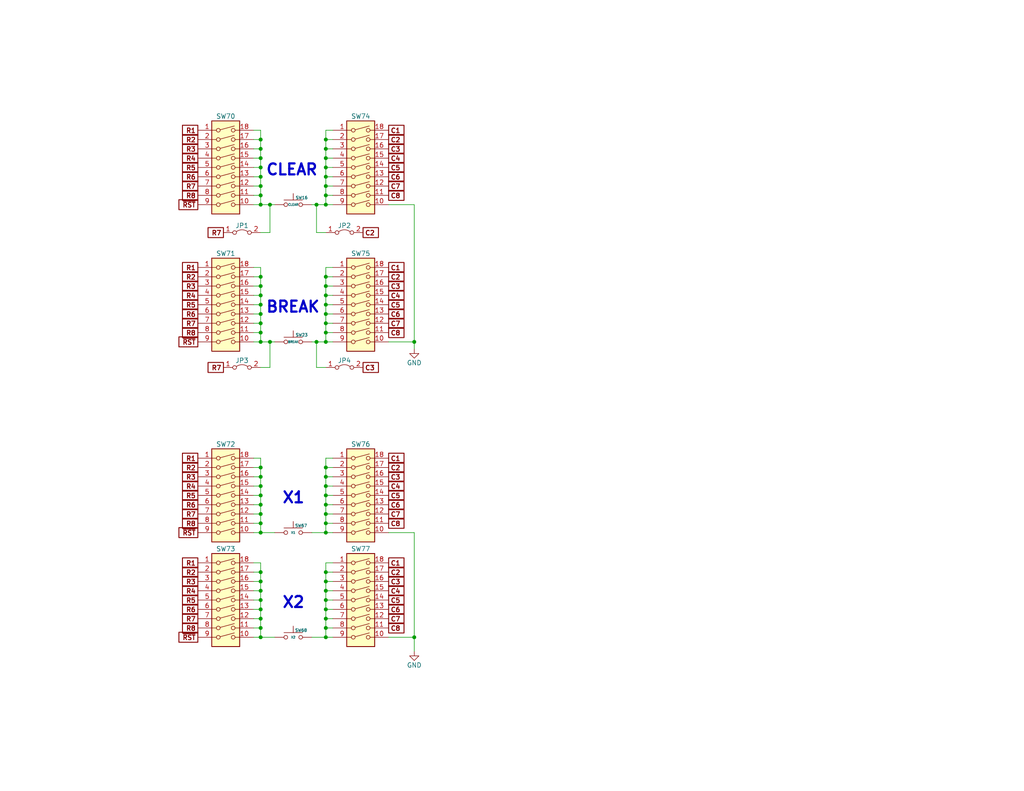
<source format=kicad_sch>
(kicad_sch (version 20230121) (generator eeschema)
  (paper "USLetter")
  (title_block (title "TRS-80 Model I - MX Keyboard Full") (date "2024-05-04") (rev "E2E") (company "RetroStack - Marcel Erz") (comment 2 "Including the default jumpers") (comment 4 "Extra Switches"))
  (lib_symbols
    (symbol "Jumper:Jumper_2_Bridged" (pin_names (offset 0) hide)
      (property "Reference" "JP" (at 0 1.905 0))
      (property "Value" "Jumper_2_Bridged" (at 0 -2.54 0))
      (symbol "Jumper_2_Bridged_0_0"
        (circle (center -2.032 0) (radius 0.508))
        (circle (center 2.032 0) (radius 0.508))
      )
      (symbol "Jumper_2_Bridged_0_1"
        (arc (start 1.524 0.254) (mid 0 0.762) (end -1.524 0.254))
      )
      (symbol "Jumper_2_Bridged_1_1"
        (pin passive line (at -5.08 0 0) (length 2.54) (name "A") (number "1"))
        (pin passive line (at 5.08 0 180) (length 2.54) (name "B") (number "2"))
      )
    )
    (symbol "Switch:SW_DIP_x09" (pin_names (offset 0) hide)
      (property "Reference" "SW" (at 0 13.97 0))
      (property "Value" "SW_DIP_x09" (at 0 -13.97 0))
      (symbol "SW_DIP_x09_0_0"
        (circle (center -2.032 -10.16) (radius 0.508))
        (circle (center -2.032 -7.62) (radius 0.508))
        (circle (center -2.032 -5.08) (radius 0.508))
        (circle (center -2.032 -2.54) (radius 0.508))
        (circle (center -2.032 0) (radius 0.508))
        (circle (center -2.032 2.54) (radius 0.508))
        (circle (center -2.032 5.08) (radius 0.508))
        (circle (center -2.032 7.62) (radius 0.508))
        (circle (center -2.032 10.16) (radius 0.508))
        (polyline (pts (xy -1.524 -10.0076) (xy 2.3622 -8.9662)))
        (polyline (pts (xy -1.524 -7.4676) (xy 2.3622 -6.4262)))
        (polyline (pts (xy -1.524 -4.9276) (xy 2.3622 -3.8862)))
        (polyline (pts (xy -1.524 -2.3876) (xy 2.3622 -1.3462)))
        (polyline (pts (xy -1.524 0.127) (xy 2.3622 1.1684)))
        (polyline (pts (xy -1.524 2.667) (xy 2.3622 3.7084)))
        (polyline (pts (xy -1.524 5.207) (xy 2.3622 6.2484)))
        (polyline (pts (xy -1.524 7.747) (xy 2.3622 8.7884)))
        (polyline (pts (xy -1.524 10.287) (xy 2.3622 11.3284)))
        (circle (center 2.032 -10.16) (radius 0.508))
        (circle (center 2.032 -7.62) (radius 0.508))
        (circle (center 2.032 -5.08) (radius 0.508))
        (circle (center 2.032 -2.54) (radius 0.508))
        (circle (center 2.032 0) (radius 0.508))
        (circle (center 2.032 2.54) (radius 0.508))
        (circle (center 2.032 5.08) (radius 0.508))
        (circle (center 2.032 7.62) (radius 0.508))
        (circle (center 2.032 10.16) (radius 0.508))
      )
      (symbol "SW_DIP_x09_0_1"
        (rectangle (start -3.81 12.7) (end 3.81 -12.7) (stroke (width 0.254)) (fill (type background)))
      )
      (symbol "SW_DIP_x09_1_1"
        (pin passive line (at -7.62 10.16 0) (length 5.08) (name "~") (number "1"))
        (pin passive line (at 7.62 -10.16 180) (length 5.08) (name "~") (number "10"))
        (pin passive line (at 7.62 -7.62 180) (length 5.08) (name "~") (number "11"))
        (pin passive line (at 7.62 -5.08 180) (length 5.08) (name "~") (number "12"))
        (pin passive line (at 7.62 -2.54 180) (length 5.08) (name "~") (number "13"))
        (pin passive line (at 7.62 0 180) (length 5.08) (name "~") (number "14"))
        (pin passive line (at 7.62 2.54 180) (length 5.08) (name "~") (number "15"))
        (pin passive line (at 7.62 5.08 180) (length 5.08) (name "~") (number "16"))
        (pin passive line (at 7.62 7.62 180) (length 5.08) (name "~") (number "17"))
        (pin passive line (at 7.62 10.16 180) (length 5.08) (name "~") (number "18"))
        (pin passive line (at -7.62 7.62 0) (length 5.08) (name "~") (number "2"))
        (pin passive line (at -7.62 5.08 0) (length 5.08) (name "~") (number "3"))
        (pin passive line (at -7.62 2.54 0) (length 5.08) (name "~") (number "4"))
        (pin passive line (at -7.62 0 0) (length 5.08) (name "~") (number "5"))
        (pin passive line (at -7.62 -2.54 0) (length 5.08) (name "~") (number "6"))
        (pin passive line (at -7.62 -5.08 0) (length 5.08) (name "~") (number "7"))
        (pin passive line (at -7.62 -7.62 0) (length 5.08) (name "~") (number "8"))
        (pin passive line (at -7.62 -10.16 0) (length 5.08) (name "~") (number "9"))
      )
    )
    (symbol "Switch:SW_Push" (pin_numbers hide) (pin_names (offset 1.016) hide)
      (property "Reference" "SW" (at 1.27 2.54 0))
      (property "Value" "SW_Push" (at 0 -1.524 0))
      (symbol "SW_Push_0_1"
        (circle (center -2.032 0) (radius 0.508))
        (polyline (pts (xy 0 1.27) (xy 0 3.048)))
        (polyline (pts (xy 2.54 1.27) (xy -2.54 1.27)))
        (circle (center 2.032 0) (radius 0.508))
        (pin passive line (at -5.08 0 0) (length 2.54) (name "1") (number "1"))
        (pin passive line (at 5.08 0 180) (length 2.54) (name "2") (number "2"))
      )
    )
    (symbol "power:GND" (power) (pin_names (offset 0))
      (property "Value" "GND" (at 0 -3.81 0))
      (symbol "GND_0_1"
        (polyline (pts (xy 0 0) (xy 0 -1.27) (xy 1.27 -1.27) (xy 0 -2.54) (xy -1.27 -1.27) (xy 0 -1.27)))
      )
      (symbol "GND_1_1"
        (pin power_in line (at 0 0 270) (length 0) hide (name "GND") (number "1"))
      )
    )
  )
  (junction (at 88.9 83.185))
  (junction (at 88.9 156.21))
  (junction (at 88.9 142.875))
  (junction (at 88.9 161.29))
  (junction (at 88.9 93.345))
  (junction (at 88.9 166.37))
  (junction (at 73.66 93.345))
  (junction (at 71.12 38.1))
  (junction (at 88.9 90.805))
  (junction (at 88.9 137.795))
  (junction (at 88.9 55.88))
  (junction (at 88.9 53.34))
  (junction (at 88.9 38.1))
  (junction (at 71.12 171.45))
  (junction (at 71.12 55.88))
  (junction (at 88.9 78.105))
  (junction (at 88.9 43.18))
  (junction (at 88.9 85.725))
  (junction (at 71.12 158.75))
  (junction (at 71.12 173.99))
  (junction (at 71.12 161.29))
  (junction (at 71.12 40.64))
  (junction (at 73.66 55.88))
  (junction (at 71.12 168.91))
  (junction (at 88.9 40.64))
  (junction (at 113.03 93.345))
  (junction (at 71.12 142.875))
  (junction (at 71.12 85.725))
  (junction (at 71.12 53.34))
  (junction (at 88.9 127.635))
  (junction (at 71.12 88.265))
  (junction (at 88.9 163.83))
  (junction (at 88.9 140.335))
  (junction (at 88.9 135.255))
  (junction (at 86.36 55.88))
  (junction (at 88.9 80.645))
  (junction (at 88.9 158.75))
  (junction (at 71.12 90.805))
  (junction (at 71.12 137.795))
  (junction (at 71.12 156.21))
  (junction (at 71.12 145.415))
  (junction (at 71.12 48.26))
  (junction (at 71.12 130.175))
  (junction (at 71.12 166.37))
  (junction (at 71.12 127.635))
  (junction (at 71.12 75.565))
  (junction (at 71.12 163.83))
  (junction (at 88.9 75.565))
  (junction (at 71.12 50.8))
  (junction (at 88.9 88.265))
  (junction (at 113.03 173.99))
  (junction (at 88.9 145.415))
  (junction (at 88.9 173.99))
  (junction (at 88.9 171.45))
  (junction (at 88.9 50.8))
  (junction (at 71.12 140.335))
  (junction (at 88.9 130.175))
  (junction (at 71.12 45.72))
  (junction (at 71.12 78.105))
  (junction (at 71.12 43.18))
  (junction (at 71.12 83.185))
  (junction (at 88.9 132.715))
  (junction (at 71.12 132.715))
  (junction (at 88.9 168.91))
  (junction (at 88.9 48.26))
  (junction (at 88.9 45.72))
  (junction (at 86.36 93.345))
  (junction (at 71.12 93.345))
  (junction (at 71.12 135.255))
  (junction (at 71.12 80.645))
  (wire (pts (xy 90.805 53.34) (xy 88.9 53.34)))
  (wire (pts (xy 71.12 45.72) (xy 71.12 48.26)))
  (wire (pts (xy 69.215 88.265) (xy 71.12 88.265)))
  (wire (pts (xy 69.215 40.64) (xy 71.12 40.64)))
  (wire (pts (xy 69.215 127.635) (xy 71.12 127.635)))
  (wire (pts (xy 88.9 137.795) (xy 88.9 140.335)))
  (wire (pts (xy 71.12 75.565) (xy 71.12 78.105)))
  (wire (pts (xy 88.9 73.025) (xy 88.9 75.565)))
  (wire (pts (xy 73.66 63.5) (xy 73.66 55.88)))
  (wire (pts (xy 90.805 173.99) (xy 88.9 173.99)))
  (wire (pts (xy 88.9 88.265) (xy 88.9 90.805)))
  (wire (pts (xy 113.03 55.88) (xy 113.03 93.345)))
  (wire (pts (xy 88.9 140.335) (xy 88.9 142.875)))
  (wire (pts (xy 73.66 100.33) (xy 73.66 93.345)))
  (wire (pts (xy 73.66 55.88) (xy 74.93 55.88)))
  (wire (pts (xy 71.12 127.635) (xy 71.12 130.175)))
  (wire (pts (xy 71.12 145.415) (xy 74.93 145.415)))
  (wire (pts (xy 71.12 142.875) (xy 71.12 145.415)))
  (wire (pts (xy 71.12 43.18) (xy 71.12 45.72)))
  (wire (pts (xy 69.215 48.26) (xy 71.12 48.26)))
  (wire (pts (xy 71.12 80.645) (xy 71.12 83.185)))
  (wire (pts (xy 90.805 85.725) (xy 88.9 85.725)))
  (wire (pts (xy 88.9 130.175) (xy 88.9 132.715)))
  (wire (pts (xy 71.12 73.025) (xy 71.12 75.565)))
  (wire (pts (xy 90.805 156.21) (xy 88.9 156.21)))
  (wire (pts (xy 71.12 63.5) (xy 73.66 63.5)))
  (wire (pts (xy 71.12 132.715) (xy 71.12 135.255)))
  (wire (pts (xy 71.12 168.91) (xy 71.12 171.45)))
  (wire (pts (xy 90.805 88.265) (xy 88.9 88.265)))
  (wire (pts (xy 90.805 75.565) (xy 88.9 75.565)))
  (wire (pts (xy 71.12 140.335) (xy 71.12 142.875)))
  (wire (pts (xy 71.12 78.105) (xy 71.12 80.645)))
  (wire (pts (xy 71.12 48.26) (xy 71.12 50.8)))
  (wire (pts (xy 106.045 145.415) (xy 113.03 145.415)))
  (wire (pts (xy 73.66 93.345) (xy 74.93 93.345)))
  (wire (pts (xy 90.805 158.75) (xy 88.9 158.75)))
  (wire (pts (xy 88.9 135.255) (xy 88.9 137.795)))
  (wire (pts (xy 88.9 63.5) (xy 86.36 63.5)))
  (wire (pts (xy 90.805 142.875) (xy 88.9 142.875)))
  (wire (pts (xy 71.12 137.795) (xy 71.12 140.335)))
  (wire (pts (xy 69.215 166.37) (xy 71.12 166.37)))
  (wire (pts (xy 90.805 145.415) (xy 88.9 145.415)))
  (wire (pts (xy 88.9 161.29) (xy 88.9 163.83)))
  (wire (pts (xy 106.045 173.99) (xy 113.03 173.99)))
  (wire (pts (xy 90.805 40.64) (xy 88.9 40.64)))
  (wire (pts (xy 90.805 161.29) (xy 88.9 161.29)))
  (wire (pts (xy 90.805 127.635) (xy 88.9 127.635)))
  (wire (pts (xy 69.215 163.83) (xy 71.12 163.83)))
  (wire (pts (xy 71.12 130.175) (xy 71.12 132.715)))
  (wire (pts (xy 69.215 55.88) (xy 71.12 55.88)))
  (wire (pts (xy 71.12 163.83) (xy 71.12 166.37)))
  (wire (pts (xy 69.215 53.34) (xy 71.12 53.34)))
  (wire (pts (xy 90.805 35.56) (xy 88.9 35.56)))
  (wire (pts (xy 69.215 140.335) (xy 71.12 140.335)))
  (wire (pts (xy 71.12 50.8) (xy 71.12 53.34)))
  (wire (pts (xy 71.12 171.45) (xy 71.12 173.99)))
  (wire (pts (xy 88.9 173.99) (xy 85.09 173.99)))
  (wire (pts (xy 90.805 168.91) (xy 88.9 168.91)))
  (wire (pts (xy 69.215 161.29) (xy 71.12 161.29)))
  (wire (pts (xy 88.9 158.75) (xy 88.9 161.29)))
  (wire (pts (xy 90.805 166.37) (xy 88.9 166.37)))
  (wire (pts (xy 71.12 161.29) (xy 71.12 163.83)))
  (wire (pts (xy 90.805 125.095) (xy 88.9 125.095)))
  (wire (pts (xy 90.805 137.795) (xy 88.9 137.795)))
  (wire (pts (xy 71.12 93.345) (xy 73.66 93.345)))
  (wire (pts (xy 69.215 158.75) (xy 71.12 158.75)))
  (wire (pts (xy 88.9 45.72) (xy 88.9 48.26)))
  (wire (pts (xy 88.9 171.45) (xy 88.9 173.99)))
  (wire (pts (xy 69.215 85.725) (xy 71.12 85.725)))
  (wire (pts (xy 69.215 168.91) (xy 71.12 168.91)))
  (wire (pts (xy 88.9 50.8) (xy 88.9 53.34)))
  (wire (pts (xy 88.9 168.91) (xy 88.9 171.45)))
  (wire (pts (xy 88.9 80.645) (xy 88.9 83.185)))
  (wire (pts (xy 90.805 90.805) (xy 88.9 90.805)))
  (wire (pts (xy 69.215 73.025) (xy 71.12 73.025)))
  (wire (pts (xy 88.9 40.64) (xy 88.9 43.18)))
  (wire (pts (xy 88.9 75.565) (xy 88.9 78.105)))
  (wire (pts (xy 69.215 80.645) (xy 71.12 80.645)))
  (wire (pts (xy 69.215 137.795) (xy 71.12 137.795)))
  (wire (pts (xy 69.215 125.095) (xy 71.12 125.095)))
  (wire (pts (xy 88.9 78.105) (xy 88.9 80.645)))
  (wire (pts (xy 90.805 45.72) (xy 88.9 45.72)))
  (wire (pts (xy 88.9 153.67) (xy 88.9 156.21)))
  (wire (pts (xy 86.36 63.5) (xy 86.36 55.88)))
  (wire (pts (xy 71.12 35.56) (xy 71.12 38.1)))
  (wire (pts (xy 71.12 83.185) (xy 71.12 85.725)))
  (wire (pts (xy 88.9 127.635) (xy 88.9 130.175)))
  (wire (pts (xy 90.805 163.83) (xy 88.9 163.83)))
  (wire (pts (xy 90.805 140.335) (xy 88.9 140.335)))
  (wire (pts (xy 71.12 173.99) (xy 74.93 173.99)))
  (wire (pts (xy 88.9 83.185) (xy 88.9 85.725)))
  (wire (pts (xy 88.9 48.26) (xy 88.9 50.8)))
  (wire (pts (xy 69.215 156.21) (xy 71.12 156.21)))
  (wire (pts (xy 88.9 163.83) (xy 88.9 166.37)))
  (wire (pts (xy 106.045 93.345) (xy 113.03 93.345)))
  (wire (pts (xy 90.805 130.175) (xy 88.9 130.175)))
  (wire (pts (xy 69.215 153.67) (xy 71.12 153.67)))
  (wire (pts (xy 88.9 145.415) (xy 85.09 145.415)))
  (wire (pts (xy 71.12 90.805) (xy 71.12 93.345)))
  (wire (pts (xy 90.805 48.26) (xy 88.9 48.26)))
  (wire (pts (xy 90.805 93.345) (xy 88.9 93.345)))
  (wire (pts (xy 69.215 142.875) (xy 71.12 142.875)))
  (wire (pts (xy 113.03 55.88) (xy 106.045 55.88)))
  (wire (pts (xy 88.9 53.34) (xy 88.9 55.88)))
  (wire (pts (xy 90.805 78.105) (xy 88.9 78.105)))
  (wire (pts (xy 90.805 132.715) (xy 88.9 132.715)))
  (wire (pts (xy 69.215 50.8) (xy 71.12 50.8)))
  (wire (pts (xy 69.215 90.805) (xy 71.12 90.805)))
  (wire (pts (xy 71.12 88.265) (xy 71.12 90.805)))
  (wire (pts (xy 88.9 85.725) (xy 88.9 88.265)))
  (wire (pts (xy 71.12 100.33) (xy 73.66 100.33)))
  (wire (pts (xy 113.03 173.99) (xy 113.03 145.415)))
  (wire (pts (xy 88.9 43.18) (xy 88.9 45.72)))
  (wire (pts (xy 90.805 83.185) (xy 88.9 83.185)))
  (wire (pts (xy 88.9 125.095) (xy 88.9 127.635)))
  (wire (pts (xy 69.215 135.255) (xy 71.12 135.255)))
  (wire (pts (xy 88.9 38.1) (xy 88.9 40.64)))
  (wire (pts (xy 71.12 135.255) (xy 71.12 137.795)))
  (wire (pts (xy 69.215 38.1) (xy 71.12 38.1)))
  (wire (pts (xy 71.12 55.88) (xy 73.66 55.88)))
  (wire (pts (xy 90.805 38.1) (xy 88.9 38.1)))
  (wire (pts (xy 71.12 158.75) (xy 71.12 161.29)))
  (wire (pts (xy 90.805 80.645) (xy 88.9 80.645)))
  (wire (pts (xy 71.12 40.64) (xy 71.12 43.18)))
  (wire (pts (xy 69.215 83.185) (xy 71.12 83.185)))
  (wire (pts (xy 90.805 73.025) (xy 88.9 73.025)))
  (wire (pts (xy 71.12 38.1) (xy 71.12 40.64)))
  (wire (pts (xy 90.805 43.18) (xy 88.9 43.18)))
  (wire (pts (xy 88.9 142.875) (xy 88.9 145.415)))
  (wire (pts (xy 71.12 53.34) (xy 71.12 55.88)))
  (wire (pts (xy 90.805 55.88) (xy 88.9 55.88)))
  (wire (pts (xy 86.36 100.33) (xy 86.36 93.345)))
  (wire (pts (xy 69.215 75.565) (xy 71.12 75.565)))
  (wire (pts (xy 90.805 171.45) (xy 88.9 171.45)))
  (wire (pts (xy 90.805 50.8) (xy 88.9 50.8)))
  (wire (pts (xy 90.805 135.255) (xy 88.9 135.255)))
  (wire (pts (xy 69.215 35.56) (xy 71.12 35.56)))
  (wire (pts (xy 69.215 93.345) (xy 71.12 93.345)))
  (wire (pts (xy 88.9 93.345) (xy 86.36 93.345)))
  (wire (pts (xy 88.9 55.88) (xy 86.36 55.88)))
  (wire (pts (xy 71.12 153.67) (xy 71.12 156.21)))
  (wire (pts (xy 90.805 153.67) (xy 88.9 153.67)))
  (wire (pts (xy 88.9 100.33) (xy 86.36 100.33)))
  (wire (pts (xy 88.9 156.21) (xy 88.9 158.75)))
  (wire (pts (xy 69.215 43.18) (xy 71.12 43.18)))
  (wire (pts (xy 71.12 85.725) (xy 71.12 88.265)))
  (wire (pts (xy 71.12 156.21) (xy 71.12 158.75)))
  (wire (pts (xy 86.36 93.345) (xy 85.09 93.345)))
  (wire (pts (xy 69.215 171.45) (xy 71.12 171.45)))
  (wire (pts (xy 69.215 173.99) (xy 71.12 173.99)))
  (wire (pts (xy 88.9 90.805) (xy 88.9 93.345)))
  (wire (pts (xy 88.9 166.37) (xy 88.9 168.91)))
  (wire (pts (xy 69.215 132.715) (xy 71.12 132.715)))
  (wire (pts (xy 69.215 130.175) (xy 71.12 130.175)))
  (wire (pts (xy 113.03 177.8) (xy 113.03 173.99)))
  (wire (pts (xy 71.12 166.37) (xy 71.12 168.91)))
  (wire (pts (xy 86.36 55.88) (xy 85.09 55.88)))
  (wire (pts (xy 69.215 145.415) (xy 71.12 145.415)))
  (wire (pts (xy 69.215 78.105) (xy 71.12 78.105)))
  (wire (pts (xy 88.9 35.56) (xy 88.9 38.1)))
  (wire (pts (xy 71.12 125.095) (xy 71.12 127.635)))
  (wire (pts (xy 113.03 93.345) (xy 113.03 95.25)))
  (wire (pts (xy 69.215 45.72) (xy 71.12 45.72)))
  (wire (pts (xy 88.9 132.715) (xy 88.9 135.255)))
  (text "X2" (at 76.835 166.37 0) (effects (font (size 3 3) (thickness 0.6) bold) (justify left bottom)))
  (text "BREAK" (at 72.39 85.725 0) (effects (font (size 3 3) (thickness 0.6) bold) (justify left bottom)))
  (text "X1" (at 76.835 137.795 0) (effects (font (size 3 3) (thickness 0.6) bold) (justify left bottom)))
  (text "CLEAR" (at 72.39 48.26 0) (effects (font (size 3 3) (thickness 0.6) bold) (justify left bottom)))
  (global_label "C4" (shape passive) (at 106.045 43.18 0) (effects (font bold)) (property "Intersheetrefs" "${INTERSHEET_REFS}" (effects hide)))
  (global_label "C3" (shape passive) (at 106.045 130.175 0) (effects (font bold)) (property "Intersheetrefs" "${INTERSHEET_REFS}" (effects hide)))
  (global_label "C5" (shape passive) (at 106.045 83.185 0) (effects (font bold)) (property "Intersheetrefs" "${INTERSHEET_REFS}" (effects hide)))
  (global_label "~{RST}" (shape passive) (at 53.975 173.99 180) (effects (font bold)) (property "Intersheetrefs" "${INTERSHEET_REFS}" (effects hide)))
  (global_label "C4" (shape passive) (at 106.045 80.645 0) (effects (font bold)) (property "Intersheetrefs" "${INTERSHEET_REFS}" (effects hide)))
  (global_label "C3" (shape passive) (at 106.045 40.64 0) (effects (font bold)) (property "Intersheetrefs" "${INTERSHEET_REFS}" (effects hide)))
  (global_label "R6" (shape passive) (at 53.975 85.725 180) (effects (font bold)) (property "Intersheetrefs" "${INTERSHEET_REFS}" (effects hide)))
  (global_label "R2" (shape passive) (at 53.975 156.21 180) (effects (font bold)) (property "Intersheetrefs" "${INTERSHEET_REFS}" (effects hide)))
  (global_label "C1" (shape passive) (at 106.045 125.095 0) (effects (font bold)) (property "Intersheetrefs" "${INTERSHEET_REFS}" (effects hide)))
  (global_label "R3" (shape passive) (at 53.975 78.105 180) (effects (font bold)) (property "Intersheetrefs" "${INTERSHEET_REFS}" (effects hide)))
  (global_label "C1" (shape passive) (at 106.045 153.67 0) (effects (font bold)) (property "Intersheetrefs" "${INTERSHEET_REFS}" (effects hide)))
  (global_label "C4" (shape passive) (at 106.045 161.29 0) (effects (font bold)) (property "Intersheetrefs" "${INTERSHEET_REFS}" (effects hide)))
  (global_label "C7" (shape passive) (at 106.045 88.265 0) (effects (font bold)) (property "Intersheetrefs" "${INTERSHEET_REFS}" (effects hide)))
  (global_label "R4" (shape passive) (at 53.975 80.645 180) (effects (font bold)) (property "Intersheetrefs" "${INTERSHEET_REFS}" (effects hide)))
  (global_label "C2" (shape passive) (at 106.045 75.565 0) (effects (font bold)) (property "Intersheetrefs" "${INTERSHEET_REFS}" (effects hide)))
  (global_label "R5" (shape passive) (at 53.975 45.72 180) (effects (font bold)) (property "Intersheetrefs" "${INTERSHEET_REFS}" (effects hide)))
  (global_label "R2" (shape passive) (at 53.975 127.635 180) (effects (font bold)) (property "Intersheetrefs" "${INTERSHEET_REFS}" (effects hide)))
  (global_label "R1" (shape passive) (at 53.975 125.095 180) (effects (font bold)) (property "Intersheetrefs" "${INTERSHEET_REFS}" (effects hide)))
  (global_label "R3" (shape passive) (at 53.975 158.75 180) (effects (font bold)) (property "Intersheetrefs" "${INTERSHEET_REFS}" (effects hide)))
  (global_label "R7" (shape passive) (at 60.96 63.5 180) (effects (font bold)) (property "Intersheetrefs" "${INTERSHEET_REFS}" (effects hide)))
  (global_label "R6" (shape passive) (at 53.975 166.37 180) (effects (font bold)) (property "Intersheetrefs" "${INTERSHEET_REFS}" (effects hide)))
  (global_label "R7" (shape passive) (at 53.975 50.8 180) (effects (font bold)) (property "Intersheetrefs" "${INTERSHEET_REFS}" (effects hide)))
  (global_label "R8" (shape passive) (at 53.975 171.45 180) (effects (font bold)) (property "Intersheetrefs" "${INTERSHEET_REFS}" (effects hide)))
  (global_label "C8" (shape passive) (at 106.045 171.45 0) (effects (font bold)) (property "Intersheetrefs" "${INTERSHEET_REFS}" (effects hide)))
  (global_label "R1" (shape passive) (at 53.975 35.56 180) (effects (font bold)) (property "Intersheetrefs" "${INTERSHEET_REFS}" (effects hide)))
  (global_label "R6" (shape passive) (at 53.975 48.26 180) (effects (font bold)) (property "Intersheetrefs" "${INTERSHEET_REFS}" (effects hide)))
  (global_label "C1" (shape passive) (at 106.045 73.025 0) (effects (font bold)) (property "Intersheetrefs" "${INTERSHEET_REFS}" (effects hide)))
  (global_label "C5" (shape passive) (at 106.045 45.72 0) (effects (font bold)) (property "Intersheetrefs" "${INTERSHEET_REFS}" (effects hide)))
  (global_label "R1" (shape passive) (at 53.975 153.67 180) (effects (font bold)) (property "Intersheetrefs" "${INTERSHEET_REFS}" (effects hide)))
  (global_label "~{RST}" (shape passive) (at 53.975 55.88 180) (effects (font bold)) (property "Intersheetrefs" "${INTERSHEET_REFS}" (effects hide)))
  (global_label "R2" (shape passive) (at 53.975 75.565 180) (effects (font bold)) (property "Intersheetrefs" "${INTERSHEET_REFS}" (effects hide)))
  (global_label "R1" (shape passive) (at 53.975 73.025 180) (effects (font bold)) (property "Intersheetrefs" "${INTERSHEET_REFS}" (effects hide)))
  (global_label "R8" (shape passive) (at 53.975 53.34 180) (effects (font bold)) (property "Intersheetrefs" "${INTERSHEET_REFS}" (effects hide)))
  (global_label "C3" (shape passive) (at 106.045 158.75 0) (effects (font bold)) (property "Intersheetrefs" "${INTERSHEET_REFS}" (effects hide)))
  (global_label "C8" (shape passive) (at 106.045 90.805 0) (effects (font bold)) (property "Intersheetrefs" "${INTERSHEET_REFS}" (effects hide)))
  (global_label "R7" (shape passive) (at 53.975 88.265 180) (effects (font bold)) (property "Intersheetrefs" "${INTERSHEET_REFS}" (effects hide)))
  (global_label "R2" (shape passive) (at 53.975 38.1 180) (effects (font bold)) (property "Intersheetrefs" "${INTERSHEET_REFS}" (effects hide)))
  (global_label "R3" (shape passive) (at 53.975 130.175 180) (effects (font bold)) (property "Intersheetrefs" "${INTERSHEET_REFS}" (effects hide)))
  (global_label "C5" (shape passive) (at 106.045 135.255 0) (effects (font bold)) (property "Intersheetrefs" "${INTERSHEET_REFS}" (effects hide)))
  (global_label "C3" (shape passive) (at 99.06 100.33 0) (effects (font bold)) (property "Intersheetrefs" "${INTERSHEET_REFS}" (effects hide)))
  (global_label "R7" (shape passive) (at 53.975 140.335 180) (effects (font bold)) (property "Intersheetrefs" "${INTERSHEET_REFS}" (effects hide)))
  (global_label "C3" (shape passive) (at 106.045 78.105 0) (effects (font bold)) (property "Intersheetrefs" "${INTERSHEET_REFS}" (effects hide)))
  (global_label "C2" (shape passive) (at 106.045 156.21 0) (effects (font bold)) (property "Intersheetrefs" "${INTERSHEET_REFS}" (effects hide)))
  (global_label "R8" (shape passive) (at 53.975 142.875 180) (effects (font bold)) (property "Intersheetrefs" "${INTERSHEET_REFS}" (effects hide)))
  (global_label "R5" (shape passive) (at 53.975 163.83 180) (effects (font bold)) (property "Intersheetrefs" "${INTERSHEET_REFS}" (effects hide)))
  (global_label "C8" (shape passive) (at 106.045 142.875 0) (effects (font bold)) (property "Intersheetrefs" "${INTERSHEET_REFS}" (effects hide)))
  (global_label "R8" (shape passive) (at 53.975 90.805 180) (effects (font bold)) (property "Intersheetrefs" "${INTERSHEET_REFS}" (effects hide)))
  (global_label "C8" (shape passive) (at 106.045 53.34 0) (effects (font bold)) (property "Intersheetrefs" "${INTERSHEET_REFS}" (effects hide)))
  (global_label "R7" (shape passive) (at 60.96 100.33 180) (effects (font bold)) (property "Intersheetrefs" "${INTERSHEET_REFS}" (effects hide)))
  (global_label "R7" (shape passive) (at 53.975 168.91 180) (effects (font bold)) (property "Intersheetrefs" "${INTERSHEET_REFS}" (effects hide)))
  (global_label "C7" (shape passive) (at 106.045 168.91 0) (effects (font bold)) (property "Intersheetrefs" "${INTERSHEET_REFS}" (effects hide)))
  (global_label "R3" (shape passive) (at 53.975 40.64 180) (effects (font bold)) (property "Intersheetrefs" "${INTERSHEET_REFS}" (effects hide)))
  (global_label "~{RST}" (shape passive) (at 53.975 93.345 180) (effects (font bold)) (property "Intersheetrefs" "${INTERSHEET_REFS}" (effects hide)))
  (global_label "R6" (shape passive) (at 53.975 137.795 180) (effects (font bold)) (property "Intersheetrefs" "${INTERSHEET_REFS}" (effects hide)))
  (global_label "C4" (shape passive) (at 106.045 132.715 0) (effects (font bold)) (property "Intersheetrefs" "${INTERSHEET_REFS}" (effects hide)))
  (global_label "C7" (shape passive) (at 106.045 50.8 0) (effects (font bold)) (property "Intersheetrefs" "${INTERSHEET_REFS}" (effects hide)))
  (global_label "C7" (shape passive) (at 106.045 140.335 0) (effects (font bold)) (property "Intersheetrefs" "${INTERSHEET_REFS}" (effects hide)))
  (global_label "C6" (shape passive) (at 106.045 166.37 0) (effects (font bold)) (property "Intersheetrefs" "${INTERSHEET_REFS}" (effects hide)))
  (global_label "C1" (shape passive) (at 106.045 35.56 0) (effects (font bold)) (property "Intersheetrefs" "${INTERSHEET_REFS}" (effects hide)))
  (global_label "R5" (shape passive) (at 53.975 135.255 180) (effects (font bold)) (property "Intersheetrefs" "${INTERSHEET_REFS}" (effects hide)))
  (global_label "R5" (shape passive) (at 53.975 83.185 180) (effects (font bold)) (property "Intersheetrefs" "${INTERSHEET_REFS}" (effects hide)))
  (global_label "C6" (shape passive) (at 106.045 85.725 0) (effects (font bold)) (property "Intersheetrefs" "${INTERSHEET_REFS}" (effects hide)))
  (global_label "~{RST}" (shape passive) (at 53.975 145.415 180) (effects (font bold)) (property "Intersheetrefs" "${INTERSHEET_REFS}" (effects hide)))
  (global_label "C2" (shape passive) (at 106.045 127.635 0) (effects (font bold)) (property "Intersheetrefs" "${INTERSHEET_REFS}" (effects hide)))
  (global_label "C2" (shape passive) (at 99.06 63.5 0) (effects (font bold)) (property "Intersheetrefs" "${INTERSHEET_REFS}" (effects hide)))
  (global_label "C6" (shape passive) (at 106.045 48.26 0) (effects (font bold)) (property "Intersheetrefs" "${INTERSHEET_REFS}" (effects hide)))
  (global_label "C5" (shape passive) (at 106.045 163.83 0) (effects (font bold)) (property "Intersheetrefs" "${INTERSHEET_REFS}" (effects hide)))
  (global_label "R4" (shape passive) (at 53.975 132.715 180) (effects (font bold)) (property "Intersheetrefs" "${INTERSHEET_REFS}" (effects hide)))
  (global_label "R4" (shape passive) (at 53.975 161.29 180) (effects (font bold)) (property "Intersheetrefs" "${INTERSHEET_REFS}" (effects hide)))
  (global_label "R4" (shape passive) (at 53.975 43.18 180) (effects (font bold)) (property "Intersheetrefs" "${INTERSHEET_REFS}" (effects hide)))
  (global_label "C2" (shape passive) (at 106.045 38.1 0) (effects (font bold)) (property "Intersheetrefs" "${INTERSHEET_REFS}" (effects hide)))
  (global_label "C6" (shape passive) (at 106.045 137.795 0) (effects (font bold)) (property "Intersheetrefs" "${INTERSHEET_REFS}" (effects hide)))
  (symbol (lib_id "power:GND") (at 113.03 177.8 0) (unit 1)
    (property "Reference" "#PWR01" (effects hide))
    (property "Value" "GND" (at 113.03 181.61 0))
  )
  (symbol (lib_id "Jumper:Jumper_2_Bridged") (at 93.98 63.5 0) (unit 1)
    (property "Reference" "JP2" (at 93.98 61.595 0))
    (property "Value" "Jumper_2_Bridged" (effects hide))
    (property "Footprint" "Jumper:SolderJumper-2_P1.3mm_Bridged_RoundedPad1.0x1.5mm" (effects hide))
  )
  (symbol (lib_id "Switch:SW_DIP_x09") (at 98.425 163.83 0) (unit 1)
    (property "Reference" "SW77" (at 98.425 149.86 0))
    (property "Value" "SW_DIP_x09" (effects hide))
    (property "Footprint" "Package_DIP:DIP-18_W7.62mm" (effects hide))
  )
  (symbol (lib_id "Jumper:Jumper_2_Bridged") (at 93.98 100.33 0) (unit 1)
    (property "Reference" "JP4" (at 93.98 98.425 0))
    (property "Value" "Jumper_2_Bridged" (effects hide))
    (property "Footprint" "Jumper:SolderJumper-2_P1.3mm_Bridged_RoundedPad1.0x1.5mm" (effects hide))
  )
  (symbol (lib_id "Switch:SW_Push") (at 80.01 93.345 0) (unit 1)
    (property "Reference" "SW23" (at 80.645 91.44 0) (effects (font (size 0.8 0.8)) (justify left)))
    (property "Value" "BREAK" (at 80.01 93.345 0) (effects (font (size 0.6 0.6))))
    (property "Footprint" "Button_Switch_Keyboard:SW_Cherry_MX_1.00u_PCB" (effects hide))
  )
  (symbol (lib_id "Switch:SW_DIP_x09") (at 61.595 163.83 0) (unit 1)
    (property "Reference" "SW73" (at 61.595 149.86 0))
    (property "Value" "SW_DIP_x09" (effects hide))
    (property "Footprint" "Package_DIP:DIP-18_W7.62mm" (effects hide))
  )
  (symbol (lib_id "Switch:SW_DIP_x09") (at 61.595 83.185 0) (unit 1)
    (property "Reference" "SW71" (at 61.595 69.215 0))
    (property "Value" "SW_DIP_x09" (effects hide))
    (property "Footprint" "Package_DIP:DIP-18_W7.62mm" (effects hide))
  )
  (symbol (lib_id "Jumper:Jumper_2_Bridged") (at 66.04 100.33 0) (unit 1)
    (property "Reference" "JP3" (at 66.04 98.425 0))
    (property "Value" "Jumper_2_Bridged" (effects hide))
    (property "Footprint" "Jumper:SolderJumper-2_P1.3mm_Bridged_RoundedPad1.0x1.5mm" (effects hide))
  )
  (symbol (lib_id "Switch:SW_DIP_x09") (at 98.425 45.72 0) (unit 1)
    (property "Reference" "SW74" (at 98.425 31.75 0))
    (property "Value" "SW_DIP_x09" (effects hide))
    (property "Footprint" "Package_DIP:DIP-18_W7.62mm" (effects hide))
  )
  (symbol (lib_id "Switch:SW_DIP_x09") (at 61.595 45.72 0) (unit 1)
    (property "Reference" "SW70" (at 61.595 31.75 0))
    (property "Value" "SW_DIP_x09" (effects hide))
    (property "Footprint" "Package_DIP:DIP-18_W7.62mm" (effects hide))
  )
  (symbol (lib_id "Switch:SW_Push") (at 80.01 145.415 0) (mirror y) (unit 1)
    (property "Reference" "SW67" (at 83.82 143.51 0) (effects (font (size 0.8 0.8)) (justify left)))
    (property "Value" "X1" (at 80.01 145.415 0) (effects (font (size 0.6 0.6))))
    (property "Footprint" "Button_Switch_Keyboard:SW_Cherry_MX_1.00u_PCB" (effects hide))
  )
  (symbol (lib_id "power:GND") (at 113.03 95.25 0) (unit 1)
    (property "Reference" "#PWR010" (effects hide))
    (property "Value" "GND" (at 113.03 99.06 0))
  )
  (symbol (lib_id "Switch:SW_Push") (at 80.01 173.99 0) (mirror y) (unit 1)
    (property "Reference" "SW68" (at 83.82 172.085 0) (effects (font (size 0.8 0.8)) (justify left)))
    (property "Value" "X2" (at 80.01 173.99 0) (effects (font (size 0.6 0.6))))
    (property "Footprint" "Button_Switch_Keyboard:SW_Cherry_MX_1.00u_PCB" (effects hide))
  )
  (symbol (lib_id "Switch:SW_DIP_x09") (at 98.425 135.255 0) (unit 1)
    (property "Reference" "SW76" (at 98.425 121.285 0))
    (property "Value" "SW_DIP_x09" (effects hide))
    (property "Footprint" "Package_DIP:DIP-18_W7.62mm" (effects hide))
  )
  (symbol (lib_id "Switch:SW_DIP_x09") (at 98.425 83.185 0) (unit 1)
    (property "Reference" "SW75" (at 98.425 69.215 0))
    (property "Value" "SW_DIP_x09" (effects hide))
    (property "Footprint" "Package_DIP:DIP-18_W7.62mm" (effects hide))
  )
  (symbol (lib_id "Switch:SW_Push") (at 80.01 55.88 0) (unit 1)
    (property "Reference" "SW16" (at 80.645 53.975 0) (effects (font (size 0.8 0.8)) (justify left)))
    (property "Value" "CLEAR" (at 80.01 55.88 0) (effects (font (size 0.6 0.6))))
    (property "Footprint" "Button_Switch_Keyboard:SW_Cherry_MX_1.00u_PCB" (effects hide))
  )
  (symbol (lib_id "Jumper:Jumper_2_Bridged") (at 66.04 63.5 0) (unit 1)
    (property "Reference" "JP1" (at 66.04 61.595 0))
    (property "Value" "Jumper_2_Bridged" (effects hide))
    (property "Footprint" "Jumper:SolderJumper-2_P1.3mm_Bridged_RoundedPad1.0x1.5mm" (effects hide))
  )
  (symbol (lib_id "Switch:SW_DIP_x09") (at 61.595 135.255 0) (unit 1)
    (property "Reference" "SW72" (at 61.595 121.285 0))
    (property "Value" "SW_DIP_x09" (effects hide))
    (property "Footprint" "Package_DIP:DIP-18_W7.62mm" (effects hide))
  )
)
</source>
